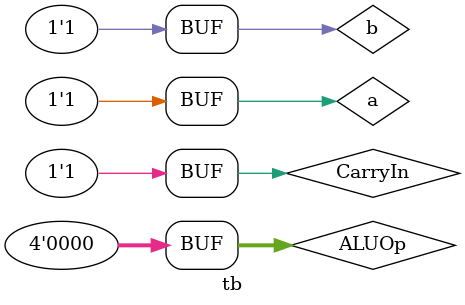
<source format=v>
module tb
  (
  );
  
  reg a;
  reg b;
  reg CarryIn;
  reg [3:0] ALUOp;
  wire Result;
  wire CarryOut;
  
  ALU_1_bit alu
  (
  .a(a),
  .b(b),
  .CarryIn(CarryIn),
  .ALUOp(ALUOp),
  .Result(Result),
  .CarryOut(CarryOut)
  );
  
  initial
  begin
    a = 1'b1;
    b = 1'b1;
    CarryIn = 1'b1;
    ALUOp = 4'b0110;
    #300 ALUOp = 4'b0001;
    #300 ALUOp = 4'b0010;
    #300 ALUOp = 4'b0000;
  end
    
  
  initial
  $monitor("Time = ", $time, "a = %d,b = %d, CarryIn = %d,Result = %d,CarryOut = %d,ALUOp = %d",a,b,CarryIn,Result,CarryOut,ALUOp);
endmodule

</source>
